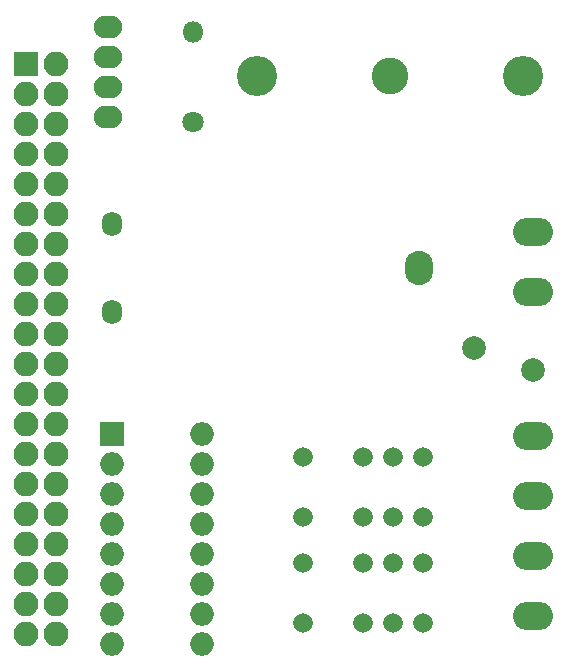
<source format=gbr>
G04 #@! TF.FileFunction,Soldermask,Bot*
%FSLAX46Y46*%
G04 Gerber Fmt 4.6, Leading zero omitted, Abs format (unit mm)*
G04 Created by KiCad (PCBNEW 4.0.7) date 12/06/18 03:02:26*
%MOMM*%
%LPD*%
G01*
G04 APERTURE LIST*
%ADD10C,0.100000*%
%ADD11C,1.670000*%
%ADD12C,3.400000*%
%ADD13C,3.100000*%
%ADD14R,2.100000X2.100000*%
%ADD15O,2.100000X2.100000*%
%ADD16O,3.400000X2.400000*%
%ADD17C,1.800000*%
%ADD18O,1.800000X1.800000*%
%ADD19C,2.000000*%
%ADD20O,2.400000X1.900000*%
%ADD21R,2.000000X2.000000*%
%ADD22O,2.000000X2.000000*%
%ADD23O,2.400000X2.900000*%
%ADD24O,1.700000X2.100000*%
G04 APERTURE END LIST*
D10*
D11*
X60274600Y-79830000D03*
X65354600Y-79830000D03*
X67894600Y-79830000D03*
X70434600Y-79830000D03*
X70434600Y-74750000D03*
X67894600Y-74750000D03*
X65354600Y-74750000D03*
X60274600Y-74750000D03*
X60274600Y-70830000D03*
X65354600Y-70830000D03*
X67894600Y-70830000D03*
X70434600Y-70830000D03*
X70434600Y-65750000D03*
X67894600Y-65750000D03*
X65354600Y-65750000D03*
X60274600Y-65750000D03*
D12*
X78892400Y-33528000D03*
X56392400Y-33528000D03*
D13*
X67642400Y-33528000D03*
D14*
X36830000Y-32512000D03*
D15*
X39370000Y-32512000D03*
X36830000Y-35052000D03*
X39370000Y-35052000D03*
X36830000Y-37592000D03*
X39370000Y-37592000D03*
X36830000Y-40132000D03*
X39370000Y-40132000D03*
X36830000Y-42672000D03*
X39370000Y-42672000D03*
X36830000Y-45212000D03*
X39370000Y-45212000D03*
X36830000Y-47752000D03*
X39370000Y-47752000D03*
X36830000Y-50292000D03*
X39370000Y-50292000D03*
X36830000Y-52832000D03*
X39370000Y-52832000D03*
X36830000Y-55372000D03*
X39370000Y-55372000D03*
X36830000Y-57912000D03*
X39370000Y-57912000D03*
X36830000Y-60452000D03*
X39370000Y-60452000D03*
X36830000Y-62992000D03*
X39370000Y-62992000D03*
X36830000Y-65532000D03*
X39370000Y-65532000D03*
X36830000Y-68072000D03*
X39370000Y-68072000D03*
X36830000Y-70612000D03*
X39370000Y-70612000D03*
X36830000Y-73152000D03*
X39370000Y-73152000D03*
X36830000Y-75692000D03*
X39370000Y-75692000D03*
X36830000Y-78232000D03*
X39370000Y-78232000D03*
X36830000Y-80772000D03*
X39370000Y-80772000D03*
D16*
X79756000Y-79208000D03*
X79756000Y-74208000D03*
X79756000Y-51776000D03*
X79756000Y-46776000D03*
X79756000Y-69048000D03*
X79756000Y-64048000D03*
D17*
X51003200Y-37439600D03*
D18*
X51003200Y-29819600D03*
D19*
X79756000Y-58420000D03*
X74756000Y-56520000D03*
D20*
X43797600Y-37033200D03*
X43797600Y-34493200D03*
X43797600Y-31953200D03*
X43797600Y-29413200D03*
D21*
X44094400Y-63855600D03*
D22*
X51714400Y-81635600D03*
X44094400Y-66395600D03*
X51714400Y-79095600D03*
X44094400Y-68935600D03*
X51714400Y-76555600D03*
X44094400Y-71475600D03*
X51714400Y-74015600D03*
X44094400Y-74015600D03*
X51714400Y-71475600D03*
X44094400Y-76555600D03*
X51714400Y-68935600D03*
X44094400Y-79095600D03*
X51714400Y-66395600D03*
X44094400Y-81635600D03*
X51714400Y-63855600D03*
D23*
X70116000Y-49784000D03*
D24*
X44116000Y-46034000D03*
X44116000Y-53534000D03*
M02*

</source>
